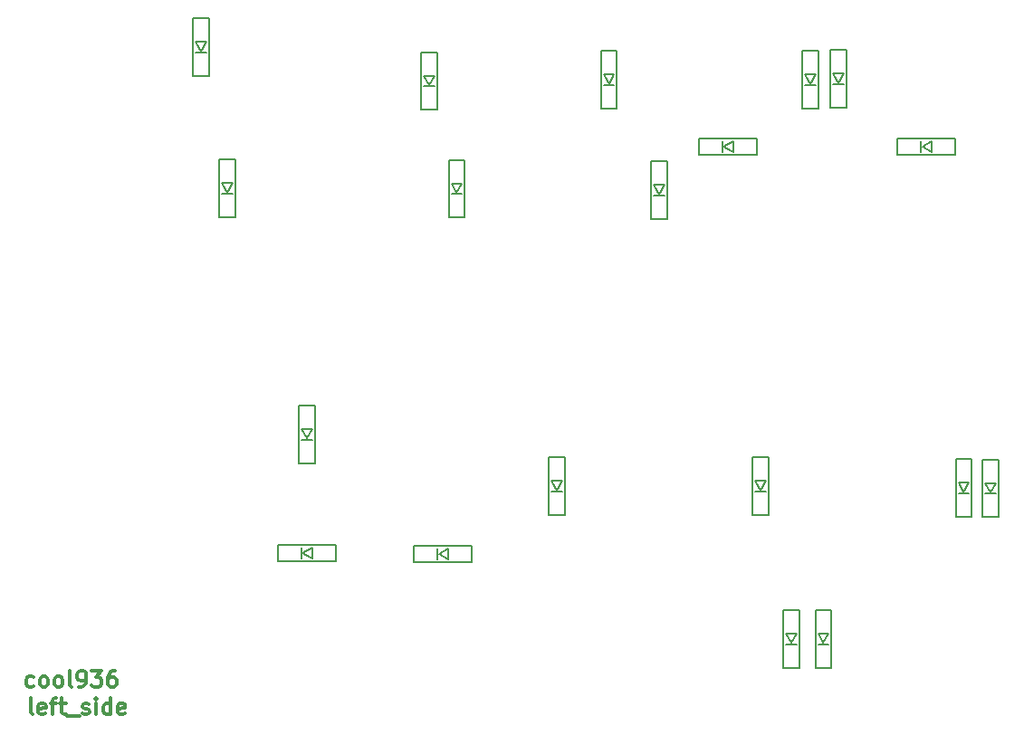
<source format=gbr>
G04 #@! TF.GenerationSoftware,KiCad,Pcbnew,(5.1.6-0-10_14)*
G04 #@! TF.CreationDate,2022-05-03T07:19:32+09:00*
G04 #@! TF.ProjectId,cool936,636f6f6c-3933-4362-9e6b-696361645f70,rev?*
G04 #@! TF.SameCoordinates,Original*
G04 #@! TF.FileFunction,Legend,Top*
G04 #@! TF.FilePolarity,Positive*
%FSLAX46Y46*%
G04 Gerber Fmt 4.6, Leading zero omitted, Abs format (unit mm)*
G04 Created by KiCad (PCBNEW (5.1.6-0-10_14)) date 2022-05-03 07:19:32*
%MOMM*%
%LPD*%
G01*
G04 APERTURE LIST*
%ADD10C,0.300000*%
%ADD11C,0.150000*%
G04 APERTURE END LIST*
D10*
X21242857Y-61122142D02*
X21100000Y-61193571D01*
X20814285Y-61193571D01*
X20671428Y-61122142D01*
X20600000Y-61050714D01*
X20528571Y-60907857D01*
X20528571Y-60479285D01*
X20600000Y-60336428D01*
X20671428Y-60265000D01*
X20814285Y-60193571D01*
X21100000Y-60193571D01*
X21242857Y-60265000D01*
X22100000Y-61193571D02*
X21957142Y-61122142D01*
X21885714Y-61050714D01*
X21814285Y-60907857D01*
X21814285Y-60479285D01*
X21885714Y-60336428D01*
X21957142Y-60265000D01*
X22100000Y-60193571D01*
X22314285Y-60193571D01*
X22457142Y-60265000D01*
X22528571Y-60336428D01*
X22600000Y-60479285D01*
X22600000Y-60907857D01*
X22528571Y-61050714D01*
X22457142Y-61122142D01*
X22314285Y-61193571D01*
X22100000Y-61193571D01*
X23457142Y-61193571D02*
X23314285Y-61122142D01*
X23242857Y-61050714D01*
X23171428Y-60907857D01*
X23171428Y-60479285D01*
X23242857Y-60336428D01*
X23314285Y-60265000D01*
X23457142Y-60193571D01*
X23671428Y-60193571D01*
X23814285Y-60265000D01*
X23885714Y-60336428D01*
X23957142Y-60479285D01*
X23957142Y-60907857D01*
X23885714Y-61050714D01*
X23814285Y-61122142D01*
X23671428Y-61193571D01*
X23457142Y-61193571D01*
X24814285Y-61193571D02*
X24671428Y-61122142D01*
X24600000Y-60979285D01*
X24600000Y-59693571D01*
X25457142Y-61193571D02*
X25742857Y-61193571D01*
X25885714Y-61122142D01*
X25957142Y-61050714D01*
X26100000Y-60836428D01*
X26171428Y-60550714D01*
X26171428Y-59979285D01*
X26100000Y-59836428D01*
X26028571Y-59765000D01*
X25885714Y-59693571D01*
X25600000Y-59693571D01*
X25457142Y-59765000D01*
X25385714Y-59836428D01*
X25314285Y-59979285D01*
X25314285Y-60336428D01*
X25385714Y-60479285D01*
X25457142Y-60550714D01*
X25600000Y-60622142D01*
X25885714Y-60622142D01*
X26028571Y-60550714D01*
X26100000Y-60479285D01*
X26171428Y-60336428D01*
X26671428Y-59693571D02*
X27600000Y-59693571D01*
X27100000Y-60265000D01*
X27314285Y-60265000D01*
X27457142Y-60336428D01*
X27528571Y-60407857D01*
X27600000Y-60550714D01*
X27600000Y-60907857D01*
X27528571Y-61050714D01*
X27457142Y-61122142D01*
X27314285Y-61193571D01*
X26885714Y-61193571D01*
X26742857Y-61122142D01*
X26671428Y-61050714D01*
X28885714Y-59693571D02*
X28600000Y-59693571D01*
X28457142Y-59765000D01*
X28385714Y-59836428D01*
X28242857Y-60050714D01*
X28171428Y-60336428D01*
X28171428Y-60907857D01*
X28242857Y-61050714D01*
X28314285Y-61122142D01*
X28457142Y-61193571D01*
X28742857Y-61193571D01*
X28885714Y-61122142D01*
X28957142Y-61050714D01*
X29028571Y-60907857D01*
X29028571Y-60550714D01*
X28957142Y-60407857D01*
X28885714Y-60336428D01*
X28742857Y-60265000D01*
X28457142Y-60265000D01*
X28314285Y-60336428D01*
X28242857Y-60407857D01*
X28171428Y-60550714D01*
X21171428Y-63743571D02*
X21028571Y-63672142D01*
X20957142Y-63529285D01*
X20957142Y-62243571D01*
X22314285Y-63672142D02*
X22171428Y-63743571D01*
X21885714Y-63743571D01*
X21742857Y-63672142D01*
X21671428Y-63529285D01*
X21671428Y-62957857D01*
X21742857Y-62815000D01*
X21885714Y-62743571D01*
X22171428Y-62743571D01*
X22314285Y-62815000D01*
X22385714Y-62957857D01*
X22385714Y-63100714D01*
X21671428Y-63243571D01*
X22814285Y-62743571D02*
X23385714Y-62743571D01*
X23028571Y-63743571D02*
X23028571Y-62457857D01*
X23100000Y-62315000D01*
X23242857Y-62243571D01*
X23385714Y-62243571D01*
X23671428Y-62743571D02*
X24242857Y-62743571D01*
X23885714Y-62243571D02*
X23885714Y-63529285D01*
X23957142Y-63672142D01*
X24100000Y-63743571D01*
X24242857Y-63743571D01*
X24385714Y-63886428D02*
X25528571Y-63886428D01*
X25814285Y-63672142D02*
X25957142Y-63743571D01*
X26242857Y-63743571D01*
X26385714Y-63672142D01*
X26457142Y-63529285D01*
X26457142Y-63457857D01*
X26385714Y-63315000D01*
X26242857Y-63243571D01*
X26028571Y-63243571D01*
X25885714Y-63172142D01*
X25814285Y-63029285D01*
X25814285Y-62957857D01*
X25885714Y-62815000D01*
X26028571Y-62743571D01*
X26242857Y-62743571D01*
X26385714Y-62815000D01*
X27100000Y-63743571D02*
X27100000Y-62743571D01*
X27100000Y-62243571D02*
X27028571Y-62315000D01*
X27100000Y-62386428D01*
X27171428Y-62315000D01*
X27100000Y-62243571D01*
X27100000Y-62386428D01*
X28457142Y-63743571D02*
X28457142Y-62243571D01*
X28457142Y-63672142D02*
X28314285Y-63743571D01*
X28028571Y-63743571D01*
X27885714Y-63672142D01*
X27814285Y-63600714D01*
X27742857Y-63457857D01*
X27742857Y-63029285D01*
X27814285Y-62886428D01*
X27885714Y-62815000D01*
X28028571Y-62743571D01*
X28314285Y-62743571D01*
X28457142Y-62815000D01*
X29742857Y-63672142D02*
X29600000Y-63743571D01*
X29314285Y-63743571D01*
X29171428Y-63672142D01*
X29100000Y-63529285D01*
X29100000Y-62957857D01*
X29171428Y-62815000D01*
X29314285Y-62743571D01*
X29600000Y-62743571D01*
X29742857Y-62815000D01*
X29814285Y-62957857D01*
X29814285Y-63100714D01*
X29100000Y-63243571D01*
D11*
X40100000Y-11820000D02*
X38600000Y-11820000D01*
X40100000Y-17220000D02*
X40100000Y-11820000D01*
X38600000Y-17220000D02*
X40100000Y-17220000D01*
X38600000Y-11820000D02*
X38600000Y-17220000D01*
X38850000Y-15020000D02*
X39850000Y-15020000D01*
X39850000Y-14020000D02*
X39350000Y-14920000D01*
X38850000Y-14020000D02*
X39850000Y-14020000D01*
X39350000Y-14920000D02*
X38850000Y-14020000D01*
X47540000Y-34840000D02*
X46040000Y-34840000D01*
X47540000Y-40240000D02*
X47540000Y-34840000D01*
X46040000Y-40240000D02*
X47540000Y-40240000D01*
X46040000Y-34840000D02*
X46040000Y-40240000D01*
X46290000Y-38040000D02*
X47290000Y-38040000D01*
X47290000Y-37040000D02*
X46790000Y-37940000D01*
X46290000Y-37040000D02*
X47290000Y-37040000D01*
X46790000Y-37940000D02*
X46290000Y-37040000D01*
X95850000Y-53980000D02*
X94350000Y-53980000D01*
X95850000Y-59380000D02*
X95850000Y-53980000D01*
X94350000Y-59380000D02*
X95850000Y-59380000D01*
X94350000Y-53980000D02*
X94350000Y-59380000D01*
X94600000Y-57180000D02*
X95600000Y-57180000D01*
X95600000Y-56180000D02*
X95100000Y-57080000D01*
X94600000Y-56180000D02*
X95600000Y-56180000D01*
X95100000Y-57080000D02*
X94600000Y-56180000D01*
X92840000Y-53980000D02*
X91340000Y-53980000D01*
X92840000Y-59380000D02*
X92840000Y-53980000D01*
X91340000Y-59380000D02*
X92840000Y-59380000D01*
X91340000Y-53980000D02*
X91340000Y-59380000D01*
X91590000Y-57180000D02*
X92590000Y-57180000D01*
X92590000Y-56180000D02*
X92090000Y-57080000D01*
X91590000Y-56180000D02*
X92590000Y-56180000D01*
X92090000Y-57080000D02*
X91590000Y-56180000D01*
X89980000Y-39720000D02*
X88480000Y-39720000D01*
X89980000Y-45120000D02*
X89980000Y-39720000D01*
X88480000Y-45120000D02*
X89980000Y-45120000D01*
X88480000Y-39720000D02*
X88480000Y-45120000D01*
X88730000Y-42920000D02*
X89730000Y-42920000D01*
X89730000Y-41920000D02*
X89230000Y-42820000D01*
X88730000Y-41920000D02*
X89730000Y-41920000D01*
X89230000Y-42820000D02*
X88730000Y-41920000D01*
X108970000Y-39870000D02*
X107470000Y-39870000D01*
X108970000Y-45270000D02*
X108970000Y-39870000D01*
X107470000Y-45270000D02*
X108970000Y-45270000D01*
X107470000Y-39870000D02*
X107470000Y-45270000D01*
X107720000Y-43070000D02*
X108720000Y-43070000D01*
X108720000Y-42070000D02*
X108220000Y-42970000D01*
X107720000Y-42070000D02*
X108720000Y-42070000D01*
X108220000Y-42970000D02*
X107720000Y-42070000D01*
X110750000Y-43000000D02*
X110250000Y-42100000D01*
X110250000Y-42100000D02*
X111250000Y-42100000D01*
X111250000Y-42100000D02*
X110750000Y-43000000D01*
X110250000Y-43100000D02*
X111250000Y-43100000D01*
X110000000Y-39900000D02*
X110000000Y-45300000D01*
X110000000Y-45300000D02*
X111500000Y-45300000D01*
X111500000Y-45300000D02*
X111500000Y-39900000D01*
X111500000Y-39900000D02*
X110000000Y-39900000D01*
X49480000Y-49410000D02*
X49480000Y-47910000D01*
X44080000Y-49410000D02*
X49480000Y-49410000D01*
X44080000Y-47910000D02*
X44080000Y-49410000D01*
X49480000Y-47910000D02*
X44080000Y-47910000D01*
X46280000Y-48160000D02*
X46280000Y-49160000D01*
X47280000Y-49160000D02*
X46380000Y-48660000D01*
X47280000Y-48160000D02*
X47280000Y-49160000D01*
X46380000Y-48660000D02*
X47280000Y-48160000D01*
X62230000Y-49480000D02*
X62230000Y-47980000D01*
X56830000Y-49480000D02*
X62230000Y-49480000D01*
X56830000Y-47980000D02*
X56830000Y-49480000D01*
X62230000Y-47980000D02*
X56830000Y-47980000D01*
X59030000Y-48230000D02*
X59030000Y-49230000D01*
X60030000Y-49230000D02*
X59130000Y-48730000D01*
X60030000Y-48230000D02*
X60030000Y-49230000D01*
X59130000Y-48730000D02*
X60030000Y-48230000D01*
X37630000Y1360000D02*
X36130000Y1360000D01*
X37630000Y-4040000D02*
X37630000Y1360000D01*
X36130000Y-4040000D02*
X37630000Y-4040000D01*
X36130000Y1360000D02*
X36130000Y-4040000D01*
X36380000Y-1840000D02*
X37380000Y-1840000D01*
X37380000Y-840000D02*
X36880000Y-1740000D01*
X36380000Y-840000D02*
X37380000Y-840000D01*
X36880000Y-1740000D02*
X36380000Y-840000D01*
X75790000Y-1670000D02*
X74290000Y-1670000D01*
X75790000Y-7070000D02*
X75790000Y-1670000D01*
X74290000Y-7070000D02*
X75790000Y-7070000D01*
X74290000Y-1670000D02*
X74290000Y-7070000D01*
X74540000Y-4870000D02*
X75540000Y-4870000D01*
X75540000Y-3870000D02*
X75040000Y-4770000D01*
X74540000Y-3870000D02*
X75540000Y-3870000D01*
X75040000Y-4770000D02*
X74540000Y-3870000D01*
X58950000Y-1810000D02*
X57450000Y-1810000D01*
X58950000Y-7210000D02*
X58950000Y-1810000D01*
X57450000Y-7210000D02*
X58950000Y-7210000D01*
X57450000Y-1810000D02*
X57450000Y-7210000D01*
X57700000Y-5010000D02*
X58700000Y-5010000D01*
X58700000Y-4010000D02*
X58200000Y-4910000D01*
X57700000Y-4010000D02*
X58700000Y-4010000D01*
X58200000Y-4910000D02*
X57700000Y-4010000D01*
X97230000Y-1610000D02*
X95730000Y-1610000D01*
X97230000Y-7010000D02*
X97230000Y-1610000D01*
X95730000Y-7010000D02*
X97230000Y-7010000D01*
X95730000Y-1610000D02*
X95730000Y-7010000D01*
X95980000Y-4810000D02*
X96980000Y-4810000D01*
X96980000Y-3810000D02*
X96480000Y-4710000D01*
X95980000Y-3810000D02*
X96980000Y-3810000D01*
X96480000Y-4710000D02*
X95980000Y-3810000D01*
X94650000Y-1700000D02*
X93150000Y-1700000D01*
X94650000Y-7100000D02*
X94650000Y-1700000D01*
X93150000Y-7100000D02*
X94650000Y-7100000D01*
X93150000Y-1700000D02*
X93150000Y-7100000D01*
X93400000Y-4900000D02*
X94400000Y-4900000D01*
X94400000Y-3900000D02*
X93900000Y-4800000D01*
X93400000Y-3900000D02*
X94400000Y-3900000D01*
X93900000Y-4800000D02*
X93400000Y-3900000D01*
X88850000Y-11370000D02*
X88850000Y-9870000D01*
X83450000Y-11370000D02*
X88850000Y-11370000D01*
X83450000Y-9870000D02*
X83450000Y-11370000D01*
X88850000Y-9870000D02*
X83450000Y-9870000D01*
X85650000Y-10120000D02*
X85650000Y-11120000D01*
X86650000Y-11120000D02*
X85750000Y-10620000D01*
X86650000Y-10120000D02*
X86650000Y-11120000D01*
X85750000Y-10620000D02*
X86650000Y-10120000D01*
X104340000Y-10620000D02*
X105240000Y-10120000D01*
X105240000Y-10120000D02*
X105240000Y-11120000D01*
X105240000Y-11120000D02*
X104340000Y-10620000D01*
X104240000Y-10120000D02*
X104240000Y-11120000D01*
X107440000Y-9870000D02*
X102040000Y-9870000D01*
X102040000Y-9870000D02*
X102040000Y-11370000D01*
X102040000Y-11370000D02*
X107440000Y-11370000D01*
X107440000Y-11370000D02*
X107440000Y-9870000D01*
X70910000Y-39680000D02*
X69410000Y-39680000D01*
X70910000Y-45080000D02*
X70910000Y-39680000D01*
X69410000Y-45080000D02*
X70910000Y-45080000D01*
X69410000Y-39680000D02*
X69410000Y-45080000D01*
X69660000Y-42880000D02*
X70660000Y-42880000D01*
X70660000Y-41880000D02*
X70160000Y-42780000D01*
X69660000Y-41880000D02*
X70660000Y-41880000D01*
X70160000Y-42780000D02*
X69660000Y-41880000D01*
X80470000Y-12030000D02*
X78970000Y-12030000D01*
X80470000Y-17430000D02*
X80470000Y-12030000D01*
X78970000Y-17430000D02*
X80470000Y-17430000D01*
X78970000Y-12030000D02*
X78970000Y-17430000D01*
X79220000Y-15230000D02*
X80220000Y-15230000D01*
X80220000Y-14230000D02*
X79720000Y-15130000D01*
X79220000Y-14230000D02*
X80220000Y-14230000D01*
X79720000Y-15130000D02*
X79220000Y-14230000D01*
X61560000Y-11880000D02*
X60060000Y-11880000D01*
X61560000Y-17280000D02*
X61560000Y-11880000D01*
X60060000Y-17280000D02*
X61560000Y-17280000D01*
X60060000Y-11880000D02*
X60060000Y-17280000D01*
X60310000Y-15080000D02*
X61310000Y-15080000D01*
X61310000Y-14080000D02*
X60810000Y-14980000D01*
X60310000Y-14080000D02*
X61310000Y-14080000D01*
X60810000Y-14980000D02*
X60310000Y-14080000D01*
M02*

</source>
